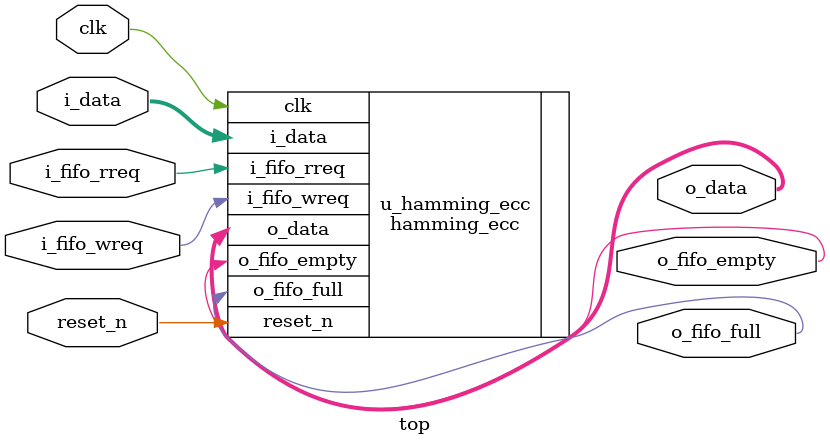
<source format=sv>
module top #(parameter DW=512) (
	input           clk         ,
	input           reset_n     ,
        input           i_fifo_wreq ,
        input           i_fifo_rreq ,
        input  [DW-1:0] i_data      ,
        output          o_fifo_empty,     
        output          o_fifo_full ,     
        output [DW-1:0] o_data       
);

reg          r_o_data_monit  ;
wire         w_quit_cnt_start;
wire         w_quit_cnt_end  ;
reg          r_quit_cnt_flag ;
reg [   1:0] r_quit_cnt      ;

hamming_ecc #(.DW(DW)) u_hamming_ecc(
    .clk         ,
    .reset_n     ,
    .i_fifo_wreq ,
    .i_fifo_rreq ,
    .i_data      ,
    .o_fifo_empty,     
    .o_fifo_full ,     
    .o_data       
);

always_ff@(posedge clk or negedge reset_n) begin
    if(~reset_n) r_o_data_monit <= '0;
    else         r_o_data_monit <= i_fifo_rreq;
end

assign w_quit_cnt_start = ~i_fifo_rreq & r_o_data_monit;
assign w_quit_cnt_end   = r_quit_cnt > 2'd2;

always_ff@(posedge clk or negedge reset_n) begin
    if(~reset_n) r_quit_cnt_flag <= '0;
    else begin
        if      (w_quit_cnt_start) r_quit_cnt_flag <= 1'b1;
        else if (w_quit_cnt_end  ) r_quit_cnt_flag <= 1'b0;
    end
end

always_ff@(posedge clk or negedge reset_n) begin
    if(~reset_n) r_quit_cnt <= '0;
    else begin
        if      (r_quit_cnt_flag) r_quit_cnt <= r_quit_cnt + 'b1;
        else if (w_quit_cnt_end ) r_quit_cnt <= '0;
    end
end

endmodule: top

</source>
